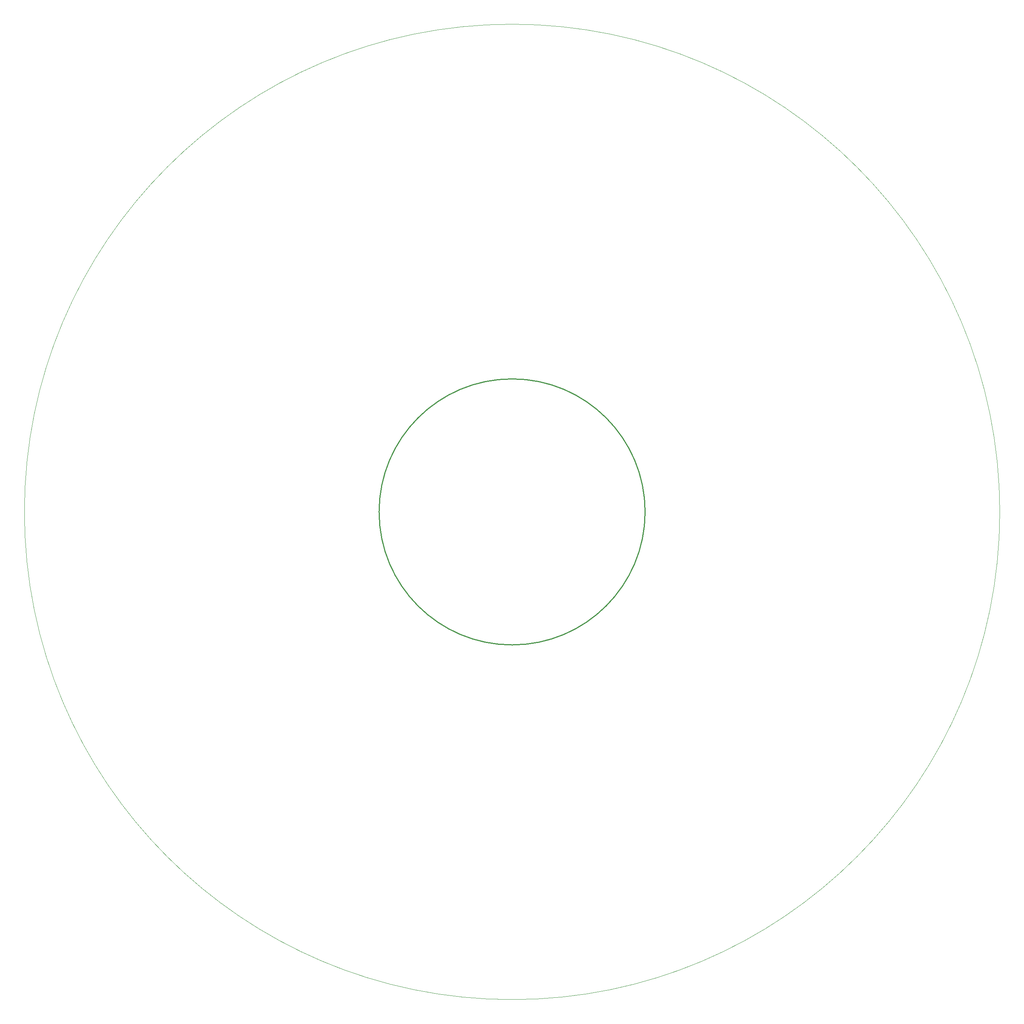
<source format=gko>
G04*
G04 #@! TF.GenerationSoftware,Altium Limited,Altium Designer,20.2.3 (150)*
G04*
G04 Layer_Color=16711935*
%FSLAX25Y25*%
%MOIN*%
G70*
G04*
G04 #@! TF.SameCoordinates,FEBEBD62-9BCC-4C60-8B63-8EF99F169A48*
G04*
G04*
G04 #@! TF.FilePolarity,Positive*
G04*
G01*
G75*
%ADD15C,0.01000*%
%ADD96C,0.00050*%
D15*
X551181Y433071D02*
G03*
X551181Y433071I-118110J0D01*
G01*
D96*
X866142D02*
G03*
X866142Y433071I-433071J0D01*
G01*
M02*

</source>
